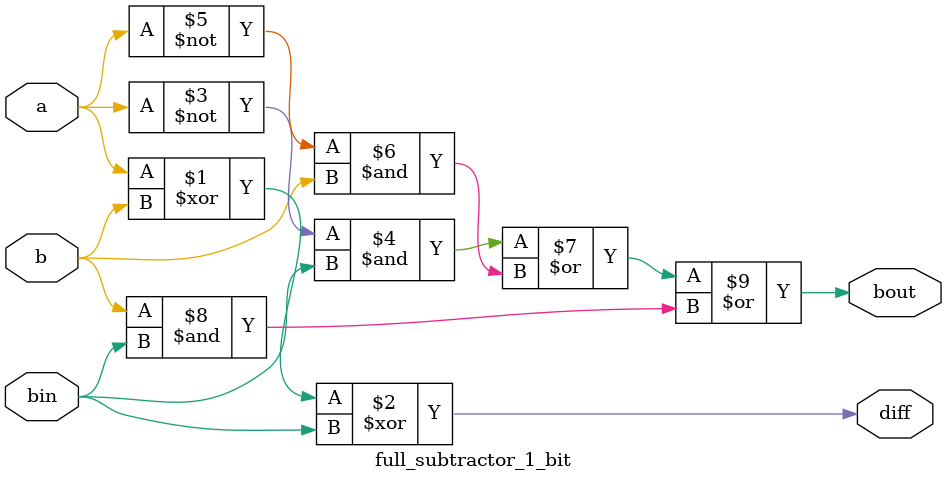
<source format=v>
module full_subtractor_1_bit (
    input a,
    input b,
    input bin,
    output diff,
    output bout
);
    assign diff = a ^ b ^ bin;
    assign bout = (~a & bin) | (~a & b) | (b & bin);
endmodule
</source>
